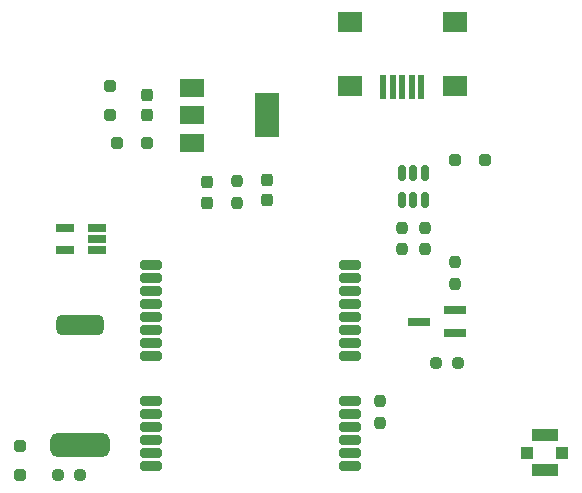
<source format=gtp>
%TF.GenerationSoftware,KiCad,Pcbnew,7.0.1*%
%TF.CreationDate,2023-05-24T17:43:46+02:00*%
%TF.ProjectId,ublox-lea-6h-breakout,75626c6f-782d-46c6-9561-2d36682d6272,rev?*%
%TF.SameCoordinates,Original*%
%TF.FileFunction,Paste,Top*%
%TF.FilePolarity,Positive*%
%FSLAX46Y46*%
G04 Gerber Fmt 4.6, Leading zero omitted, Abs format (unit mm)*
G04 Created by KiCad (PCBNEW 7.0.1) date 2023-05-24 17:43:46*
%MOMM*%
%LPD*%
G01*
G04 APERTURE LIST*
G04 Aperture macros list*
%AMRoundRect*
0 Rectangle with rounded corners*
0 $1 Rounding radius*
0 $2 $3 $4 $5 $6 $7 $8 $9 X,Y pos of 4 corners*
0 Add a 4 corners polygon primitive as box body*
4,1,4,$2,$3,$4,$5,$6,$7,$8,$9,$2,$3,0*
0 Add four circle primitives for the rounded corners*
1,1,$1+$1,$2,$3*
1,1,$1+$1,$4,$5*
1,1,$1+$1,$6,$7*
1,1,$1+$1,$8,$9*
0 Add four rect primitives between the rounded corners*
20,1,$1+$1,$2,$3,$4,$5,0*
20,1,$1+$1,$4,$5,$6,$7,0*
20,1,$1+$1,$6,$7,$8,$9,0*
20,1,$1+$1,$8,$9,$2,$3,0*%
G04 Aperture macros list end*
%ADD10R,1.900000X0.800000*%
%ADD11R,1.560000X0.650000*%
%ADD12RoundRect,0.200000X-0.700000X-0.200000X0.700000X-0.200000X0.700000X0.200000X-0.700000X0.200000X0*%
%ADD13RoundRect,0.237500X0.250000X0.237500X-0.250000X0.237500X-0.250000X-0.237500X0.250000X-0.237500X0*%
%ADD14RoundRect,0.237500X0.237500X-0.250000X0.237500X0.250000X-0.237500X0.250000X-0.237500X-0.250000X0*%
%ADD15RoundRect,0.250000X0.250000X-0.250000X0.250000X0.250000X-0.250000X0.250000X-0.250000X-0.250000X0*%
%ADD16RoundRect,0.237500X-0.237500X0.250000X-0.237500X-0.250000X0.237500X-0.250000X0.237500X0.250000X0*%
%ADD17RoundRect,0.250000X0.250000X0.250000X-0.250000X0.250000X-0.250000X-0.250000X0.250000X-0.250000X0*%
%ADD18RoundRect,0.500000X2.000000X0.500000X-2.000000X0.500000X-2.000000X-0.500000X2.000000X-0.500000X0*%
%ADD19RoundRect,0.425000X1.575000X0.425000X-1.575000X0.425000X-1.575000X-0.425000X1.575000X-0.425000X0*%
%ADD20R,1.000000X1.000000*%
%ADD21R,2.200000X1.050000*%
%ADD22RoundRect,0.150000X-0.150000X0.512500X-0.150000X-0.512500X0.150000X-0.512500X0.150000X0.512500X0*%
%ADD23R,2.000000X1.500000*%
%ADD24R,2.000000X3.800000*%
%ADD25R,0.500000X2.000000*%
%ADD26R,2.000000X1.700000*%
%ADD27RoundRect,0.237500X-0.237500X0.300000X-0.237500X-0.300000X0.237500X-0.300000X0.237500X0.300000X0*%
%ADD28RoundRect,0.237500X-0.237500X0.287500X-0.237500X-0.287500X0.237500X-0.287500X0.237500X0.287500X0*%
%ADD29RoundRect,0.237500X-0.250000X-0.237500X0.250000X-0.237500X0.250000X0.237500X-0.250000X0.237500X0*%
%ADD30RoundRect,0.237500X0.237500X-0.300000X0.237500X0.300000X-0.237500X0.300000X-0.237500X-0.300000X0*%
G04 APERTURE END LIST*
D10*
%TO.C,Q1*%
X129540000Y-113665000D03*
X129540000Y-111765000D03*
X126540000Y-112715000D03*
%TD*%
D11*
%TO.C,U2*%
X99220000Y-106675000D03*
X99220000Y-105725000D03*
X99220000Y-104775000D03*
X96520000Y-104775000D03*
X96520000Y-106675000D03*
%TD*%
D12*
%TO.C,U1*%
X103850000Y-107925000D03*
X103850000Y-109025000D03*
X103850000Y-110125000D03*
X103850000Y-111225000D03*
X103850000Y-112325000D03*
X103850000Y-113425000D03*
X103850000Y-114525000D03*
X103850000Y-115625000D03*
X103850000Y-119425000D03*
X103850000Y-120525000D03*
X103850000Y-121625000D03*
X103850000Y-122725000D03*
X103850000Y-123825000D03*
X103850000Y-124925000D03*
X120650000Y-124925000D03*
X120650000Y-123825000D03*
X120650000Y-122725000D03*
X120650000Y-121625000D03*
X120650000Y-120525000D03*
X120650000Y-119425000D03*
X120650000Y-115625000D03*
X120650000Y-114525000D03*
X120650000Y-113425000D03*
X120650000Y-112325000D03*
X120650000Y-111225000D03*
X120650000Y-110125000D03*
X120650000Y-109025000D03*
X120650000Y-107925000D03*
%TD*%
D13*
%TO.C,R6*%
X129817500Y-116205000D03*
X127992500Y-116205000D03*
%TD*%
D14*
%TO.C,R4*%
X127000000Y-106600000D03*
X127000000Y-104775000D03*
%TD*%
D15*
%TO.C,D1*%
X92710000Y-125730000D03*
X92710000Y-123230000D03*
%TD*%
D16*
%TO.C,R1*%
X123190000Y-119460000D03*
X123190000Y-121285000D03*
%TD*%
D17*
%TO.C,D3*%
X132060000Y-99060000D03*
X129560000Y-99060000D03*
%TD*%
D18*
%TO.C,C1*%
X97790000Y-123180000D03*
D19*
X97790000Y-113030000D03*
%TD*%
D14*
%TO.C,R7*%
X129540000Y-109497500D03*
X129540000Y-107672500D03*
%TD*%
D20*
%TO.C,J1*%
X135660000Y-123825000D03*
D21*
X137160000Y-122350000D03*
D20*
X138660000Y-123825000D03*
D21*
X137160000Y-125300000D03*
%TD*%
D22*
%TO.C,U4*%
X126995000Y-100152500D03*
X126045000Y-100152500D03*
X125095000Y-100152500D03*
X125095000Y-102427500D03*
X126045000Y-102427500D03*
X126995000Y-102427500D03*
%TD*%
D16*
%TO.C,R5*%
X111120000Y-100805000D03*
X111120000Y-102630000D03*
%TD*%
D23*
%TO.C,U3*%
X107310000Y-92950000D03*
X107310000Y-95250000D03*
D24*
X113610000Y-95250000D03*
D23*
X107310000Y-97550000D03*
%TD*%
D25*
%TO.C,J10*%
X126695000Y-92870000D03*
X125895000Y-92870000D03*
X125095000Y-92870000D03*
X124295000Y-92870000D03*
X123495000Y-92870000D03*
D26*
X129545000Y-92770000D03*
X129545000Y-87320000D03*
X120645000Y-92770000D03*
X120645000Y-87320000D03*
%TD*%
D27*
%TO.C,C3*%
X113660000Y-100725000D03*
X113660000Y-102450000D03*
%TD*%
D15*
%TO.C,D2*%
X100330000Y-95230000D03*
X100330000Y-92730000D03*
%TD*%
D28*
%TO.C,D5*%
X108580000Y-100880000D03*
X108580000Y-102630000D03*
%TD*%
D17*
%TO.C,D4*%
X103480000Y-97550000D03*
X100980000Y-97550000D03*
%TD*%
D29*
%TO.C,R2*%
X95965000Y-125730000D03*
X97790000Y-125730000D03*
%TD*%
D16*
%TO.C,R3*%
X125095000Y-104775000D03*
X125095000Y-106600000D03*
%TD*%
D30*
%TO.C,C2*%
X103500000Y-95237500D03*
X103500000Y-93512500D03*
%TD*%
M02*

</source>
